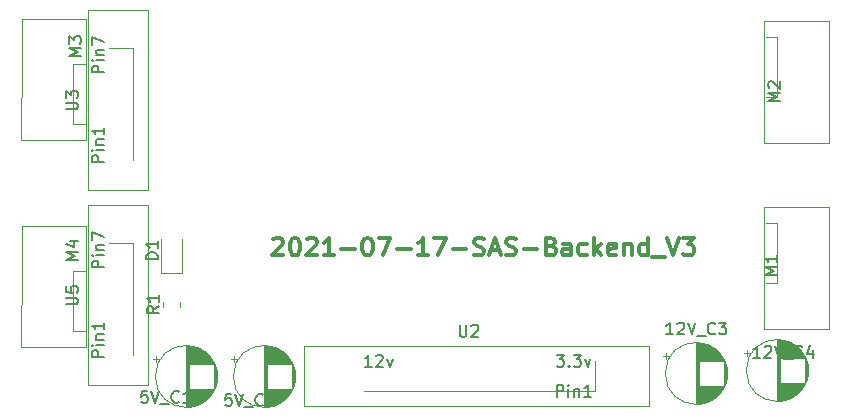
<source format=gbr>
%TF.GenerationSoftware,KiCad,Pcbnew,(5.1.10)-1*%
%TF.CreationDate,2021-07-17T21:47:49+08:00*%
%TF.ProjectId,2.5_SAS_Backend,322e355f-5341-4535-9f42-61636b656e64,rev?*%
%TF.SameCoordinates,Original*%
%TF.FileFunction,Legend,Top*%
%TF.FilePolarity,Positive*%
%FSLAX46Y46*%
G04 Gerber Fmt 4.6, Leading zero omitted, Abs format (unit mm)*
G04 Created by KiCad (PCBNEW (5.1.10)-1) date 2021-07-17 21:47:49*
%MOMM*%
%LPD*%
G01*
G04 APERTURE LIST*
%ADD10C,0.300000*%
%ADD11C,0.120000*%
%ADD12C,0.150000*%
G04 APERTURE END LIST*
D10*
X53298571Y-52661428D02*
X53370000Y-52590000D01*
X53512857Y-52518571D01*
X53870000Y-52518571D01*
X54012857Y-52590000D01*
X54084285Y-52661428D01*
X54155714Y-52804285D01*
X54155714Y-52947142D01*
X54084285Y-53161428D01*
X53227142Y-54018571D01*
X54155714Y-54018571D01*
X55084285Y-52518571D02*
X55227142Y-52518571D01*
X55370000Y-52590000D01*
X55441428Y-52661428D01*
X55512857Y-52804285D01*
X55584285Y-53090000D01*
X55584285Y-53447142D01*
X55512857Y-53732857D01*
X55441428Y-53875714D01*
X55370000Y-53947142D01*
X55227142Y-54018571D01*
X55084285Y-54018571D01*
X54941428Y-53947142D01*
X54870000Y-53875714D01*
X54798571Y-53732857D01*
X54727142Y-53447142D01*
X54727142Y-53090000D01*
X54798571Y-52804285D01*
X54870000Y-52661428D01*
X54941428Y-52590000D01*
X55084285Y-52518571D01*
X56155714Y-52661428D02*
X56227142Y-52590000D01*
X56370000Y-52518571D01*
X56727142Y-52518571D01*
X56870000Y-52590000D01*
X56941428Y-52661428D01*
X57012857Y-52804285D01*
X57012857Y-52947142D01*
X56941428Y-53161428D01*
X56084285Y-54018571D01*
X57012857Y-54018571D01*
X58441428Y-54018571D02*
X57584285Y-54018571D01*
X58012857Y-54018571D02*
X58012857Y-52518571D01*
X57870000Y-52732857D01*
X57727142Y-52875714D01*
X57584285Y-52947142D01*
X59084285Y-53447142D02*
X60227142Y-53447142D01*
X61227142Y-52518571D02*
X61370000Y-52518571D01*
X61512857Y-52590000D01*
X61584285Y-52661428D01*
X61655714Y-52804285D01*
X61727142Y-53090000D01*
X61727142Y-53447142D01*
X61655714Y-53732857D01*
X61584285Y-53875714D01*
X61512857Y-53947142D01*
X61370000Y-54018571D01*
X61227142Y-54018571D01*
X61084285Y-53947142D01*
X61012857Y-53875714D01*
X60941428Y-53732857D01*
X60870000Y-53447142D01*
X60870000Y-53090000D01*
X60941428Y-52804285D01*
X61012857Y-52661428D01*
X61084285Y-52590000D01*
X61227142Y-52518571D01*
X62227142Y-52518571D02*
X63227142Y-52518571D01*
X62584285Y-54018571D01*
X63798571Y-53447142D02*
X64941428Y-53447142D01*
X66441428Y-54018571D02*
X65584285Y-54018571D01*
X66012857Y-54018571D02*
X66012857Y-52518571D01*
X65870000Y-52732857D01*
X65727142Y-52875714D01*
X65584285Y-52947142D01*
X66941428Y-52518571D02*
X67941428Y-52518571D01*
X67298571Y-54018571D01*
X68512857Y-53447142D02*
X69655714Y-53447142D01*
X70298571Y-53947142D02*
X70512857Y-54018571D01*
X70870000Y-54018571D01*
X71012857Y-53947142D01*
X71084285Y-53875714D01*
X71155714Y-53732857D01*
X71155714Y-53590000D01*
X71084285Y-53447142D01*
X71012857Y-53375714D01*
X70870000Y-53304285D01*
X70584285Y-53232857D01*
X70441428Y-53161428D01*
X70370000Y-53090000D01*
X70298571Y-52947142D01*
X70298571Y-52804285D01*
X70370000Y-52661428D01*
X70441428Y-52590000D01*
X70584285Y-52518571D01*
X70941428Y-52518571D01*
X71155714Y-52590000D01*
X71727142Y-53590000D02*
X72441428Y-53590000D01*
X71584285Y-54018571D02*
X72084285Y-52518571D01*
X72584285Y-54018571D01*
X73012857Y-53947142D02*
X73227142Y-54018571D01*
X73584285Y-54018571D01*
X73727142Y-53947142D01*
X73798571Y-53875714D01*
X73870000Y-53732857D01*
X73870000Y-53590000D01*
X73798571Y-53447142D01*
X73727142Y-53375714D01*
X73584285Y-53304285D01*
X73298571Y-53232857D01*
X73155714Y-53161428D01*
X73084285Y-53090000D01*
X73012857Y-52947142D01*
X73012857Y-52804285D01*
X73084285Y-52661428D01*
X73155714Y-52590000D01*
X73298571Y-52518571D01*
X73655714Y-52518571D01*
X73870000Y-52590000D01*
X74512857Y-53447142D02*
X75655714Y-53447142D01*
X76870000Y-53232857D02*
X77084285Y-53304285D01*
X77155714Y-53375714D01*
X77227142Y-53518571D01*
X77227142Y-53732857D01*
X77155714Y-53875714D01*
X77084285Y-53947142D01*
X76941428Y-54018571D01*
X76370000Y-54018571D01*
X76370000Y-52518571D01*
X76870000Y-52518571D01*
X77012857Y-52590000D01*
X77084285Y-52661428D01*
X77155714Y-52804285D01*
X77155714Y-52947142D01*
X77084285Y-53090000D01*
X77012857Y-53161428D01*
X76870000Y-53232857D01*
X76370000Y-53232857D01*
X78512857Y-54018571D02*
X78512857Y-53232857D01*
X78441428Y-53090000D01*
X78298571Y-53018571D01*
X78012857Y-53018571D01*
X77870000Y-53090000D01*
X78512857Y-53947142D02*
X78370000Y-54018571D01*
X78012857Y-54018571D01*
X77870000Y-53947142D01*
X77798571Y-53804285D01*
X77798571Y-53661428D01*
X77870000Y-53518571D01*
X78012857Y-53447142D01*
X78370000Y-53447142D01*
X78512857Y-53375714D01*
X79870000Y-53947142D02*
X79727142Y-54018571D01*
X79441428Y-54018571D01*
X79298571Y-53947142D01*
X79227142Y-53875714D01*
X79155714Y-53732857D01*
X79155714Y-53304285D01*
X79227142Y-53161428D01*
X79298571Y-53090000D01*
X79441428Y-53018571D01*
X79727142Y-53018571D01*
X79870000Y-53090000D01*
X80512857Y-54018571D02*
X80512857Y-52518571D01*
X80655714Y-53447142D02*
X81084285Y-54018571D01*
X81084285Y-53018571D02*
X80512857Y-53590000D01*
X82298571Y-53947142D02*
X82155714Y-54018571D01*
X81870000Y-54018571D01*
X81727142Y-53947142D01*
X81655714Y-53804285D01*
X81655714Y-53232857D01*
X81727142Y-53090000D01*
X81870000Y-53018571D01*
X82155714Y-53018571D01*
X82298571Y-53090000D01*
X82370000Y-53232857D01*
X82370000Y-53375714D01*
X81655714Y-53518571D01*
X83012857Y-53018571D02*
X83012857Y-54018571D01*
X83012857Y-53161428D02*
X83084285Y-53090000D01*
X83227142Y-53018571D01*
X83441428Y-53018571D01*
X83584285Y-53090000D01*
X83655714Y-53232857D01*
X83655714Y-54018571D01*
X85012857Y-54018571D02*
X85012857Y-52518571D01*
X85012857Y-53947142D02*
X84870000Y-54018571D01*
X84584285Y-54018571D01*
X84441428Y-53947142D01*
X84370000Y-53875714D01*
X84298571Y-53732857D01*
X84298571Y-53304285D01*
X84370000Y-53161428D01*
X84441428Y-53090000D01*
X84584285Y-53018571D01*
X84870000Y-53018571D01*
X85012857Y-53090000D01*
X85370000Y-54161428D02*
X86512857Y-54161428D01*
X86655714Y-52518571D02*
X87155714Y-54018571D01*
X87655714Y-52518571D01*
X88012857Y-52518571D02*
X88941428Y-52518571D01*
X88441428Y-53090000D01*
X88655714Y-53090000D01*
X88798571Y-53161428D01*
X88870000Y-53232857D01*
X88941428Y-53375714D01*
X88941428Y-53732857D01*
X88870000Y-53875714D01*
X88798571Y-53947142D01*
X88655714Y-54018571D01*
X88227142Y-54018571D01*
X88084285Y-53947142D01*
X88012857Y-53875714D01*
D11*
%TO.C,U5*%
X42672000Y-49784000D02*
X37592000Y-49784000D01*
X37592000Y-49784000D02*
X37592000Y-65024000D01*
X37592000Y-65024000D02*
X42672000Y-65024000D01*
X42672000Y-65024000D02*
X42672000Y-49784000D01*
X41402000Y-52933600D02*
X41402000Y-61214000D01*
X41402000Y-61214000D02*
X41402000Y-62484000D01*
X41402000Y-52933600D02*
X39370000Y-52933600D01*
%TO.C,U3*%
X42672000Y-33274000D02*
X37592000Y-33274000D01*
X37592000Y-33274000D02*
X37592000Y-48514000D01*
X37592000Y-48514000D02*
X42672000Y-48514000D01*
X42672000Y-48514000D02*
X42672000Y-33274000D01*
X41402000Y-36423600D02*
X41402000Y-44704000D01*
X41402000Y-44704000D02*
X41402000Y-45974000D01*
X41402000Y-36423600D02*
X39370000Y-36423600D01*
%TO.C,U2*%
X80543400Y-65532000D02*
X60960000Y-65532000D01*
X80568800Y-62992000D02*
X80568800Y-65532000D01*
X55880000Y-66802000D02*
X85090000Y-66802000D01*
X55880000Y-61722000D02*
X55880000Y-66802000D01*
X85090000Y-61722000D02*
X55880000Y-61722000D01*
X85090000Y-66802000D02*
X85090000Y-61722000D01*
%TO.C,5V_C2*%
X55178000Y-64262000D02*
G75*
G03*
X55178000Y-64262000I-2620000J0D01*
G01*
X52558000Y-61682000D02*
X52558000Y-66842000D01*
X52598000Y-61682000D02*
X52598000Y-66842000D01*
X52638000Y-61683000D02*
X52638000Y-66841000D01*
X52678000Y-61684000D02*
X52678000Y-66840000D01*
X52718000Y-61686000D02*
X52718000Y-66838000D01*
X52758000Y-61689000D02*
X52758000Y-66835000D01*
X52798000Y-61693000D02*
X52798000Y-63222000D01*
X52798000Y-65302000D02*
X52798000Y-66831000D01*
X52838000Y-61697000D02*
X52838000Y-63222000D01*
X52838000Y-65302000D02*
X52838000Y-66827000D01*
X52878000Y-61701000D02*
X52878000Y-63222000D01*
X52878000Y-65302000D02*
X52878000Y-66823000D01*
X52918000Y-61706000D02*
X52918000Y-63222000D01*
X52918000Y-65302000D02*
X52918000Y-66818000D01*
X52958000Y-61712000D02*
X52958000Y-63222000D01*
X52958000Y-65302000D02*
X52958000Y-66812000D01*
X52998000Y-61719000D02*
X52998000Y-63222000D01*
X52998000Y-65302000D02*
X52998000Y-66805000D01*
X53038000Y-61726000D02*
X53038000Y-63222000D01*
X53038000Y-65302000D02*
X53038000Y-66798000D01*
X53078000Y-61734000D02*
X53078000Y-63222000D01*
X53078000Y-65302000D02*
X53078000Y-66790000D01*
X53118000Y-61742000D02*
X53118000Y-63222000D01*
X53118000Y-65302000D02*
X53118000Y-66782000D01*
X53158000Y-61751000D02*
X53158000Y-63222000D01*
X53158000Y-65302000D02*
X53158000Y-66773000D01*
X53198000Y-61761000D02*
X53198000Y-63222000D01*
X53198000Y-65302000D02*
X53198000Y-66763000D01*
X53238000Y-61771000D02*
X53238000Y-63222000D01*
X53238000Y-65302000D02*
X53238000Y-66753000D01*
X53279000Y-61782000D02*
X53279000Y-63222000D01*
X53279000Y-65302000D02*
X53279000Y-66742000D01*
X53319000Y-61794000D02*
X53319000Y-63222000D01*
X53319000Y-65302000D02*
X53319000Y-66730000D01*
X53359000Y-61807000D02*
X53359000Y-63222000D01*
X53359000Y-65302000D02*
X53359000Y-66717000D01*
X53399000Y-61820000D02*
X53399000Y-63222000D01*
X53399000Y-65302000D02*
X53399000Y-66704000D01*
X53439000Y-61834000D02*
X53439000Y-63222000D01*
X53439000Y-65302000D02*
X53439000Y-66690000D01*
X53479000Y-61848000D02*
X53479000Y-63222000D01*
X53479000Y-65302000D02*
X53479000Y-66676000D01*
X53519000Y-61864000D02*
X53519000Y-63222000D01*
X53519000Y-65302000D02*
X53519000Y-66660000D01*
X53559000Y-61880000D02*
X53559000Y-63222000D01*
X53559000Y-65302000D02*
X53559000Y-66644000D01*
X53599000Y-61897000D02*
X53599000Y-63222000D01*
X53599000Y-65302000D02*
X53599000Y-66627000D01*
X53639000Y-61914000D02*
X53639000Y-63222000D01*
X53639000Y-65302000D02*
X53639000Y-66610000D01*
X53679000Y-61933000D02*
X53679000Y-63222000D01*
X53679000Y-65302000D02*
X53679000Y-66591000D01*
X53719000Y-61952000D02*
X53719000Y-63222000D01*
X53719000Y-65302000D02*
X53719000Y-66572000D01*
X53759000Y-61972000D02*
X53759000Y-63222000D01*
X53759000Y-65302000D02*
X53759000Y-66552000D01*
X53799000Y-61994000D02*
X53799000Y-63222000D01*
X53799000Y-65302000D02*
X53799000Y-66530000D01*
X53839000Y-62015000D02*
X53839000Y-63222000D01*
X53839000Y-65302000D02*
X53839000Y-66509000D01*
X53879000Y-62038000D02*
X53879000Y-63222000D01*
X53879000Y-65302000D02*
X53879000Y-66486000D01*
X53919000Y-62062000D02*
X53919000Y-63222000D01*
X53919000Y-65302000D02*
X53919000Y-66462000D01*
X53959000Y-62087000D02*
X53959000Y-63222000D01*
X53959000Y-65302000D02*
X53959000Y-66437000D01*
X53999000Y-62113000D02*
X53999000Y-63222000D01*
X53999000Y-65302000D02*
X53999000Y-66411000D01*
X54039000Y-62140000D02*
X54039000Y-63222000D01*
X54039000Y-65302000D02*
X54039000Y-66384000D01*
X54079000Y-62167000D02*
X54079000Y-63222000D01*
X54079000Y-65302000D02*
X54079000Y-66357000D01*
X54119000Y-62197000D02*
X54119000Y-63222000D01*
X54119000Y-65302000D02*
X54119000Y-66327000D01*
X54159000Y-62227000D02*
X54159000Y-63222000D01*
X54159000Y-65302000D02*
X54159000Y-66297000D01*
X54199000Y-62258000D02*
X54199000Y-63222000D01*
X54199000Y-65302000D02*
X54199000Y-66266000D01*
X54239000Y-62291000D02*
X54239000Y-63222000D01*
X54239000Y-65302000D02*
X54239000Y-66233000D01*
X54279000Y-62325000D02*
X54279000Y-63222000D01*
X54279000Y-65302000D02*
X54279000Y-66199000D01*
X54319000Y-62361000D02*
X54319000Y-63222000D01*
X54319000Y-65302000D02*
X54319000Y-66163000D01*
X54359000Y-62398000D02*
X54359000Y-63222000D01*
X54359000Y-65302000D02*
X54359000Y-66126000D01*
X54399000Y-62436000D02*
X54399000Y-63222000D01*
X54399000Y-65302000D02*
X54399000Y-66088000D01*
X54439000Y-62477000D02*
X54439000Y-63222000D01*
X54439000Y-65302000D02*
X54439000Y-66047000D01*
X54479000Y-62519000D02*
X54479000Y-63222000D01*
X54479000Y-65302000D02*
X54479000Y-66005000D01*
X54519000Y-62563000D02*
X54519000Y-63222000D01*
X54519000Y-65302000D02*
X54519000Y-65961000D01*
X54559000Y-62609000D02*
X54559000Y-63222000D01*
X54559000Y-65302000D02*
X54559000Y-65915000D01*
X54599000Y-62657000D02*
X54599000Y-63222000D01*
X54599000Y-65302000D02*
X54599000Y-65867000D01*
X54639000Y-62708000D02*
X54639000Y-63222000D01*
X54639000Y-65302000D02*
X54639000Y-65816000D01*
X54679000Y-62762000D02*
X54679000Y-63222000D01*
X54679000Y-65302000D02*
X54679000Y-65762000D01*
X54719000Y-62819000D02*
X54719000Y-63222000D01*
X54719000Y-65302000D02*
X54719000Y-65705000D01*
X54759000Y-62879000D02*
X54759000Y-63222000D01*
X54759000Y-65302000D02*
X54759000Y-65645000D01*
X54799000Y-62943000D02*
X54799000Y-63222000D01*
X54799000Y-65302000D02*
X54799000Y-65581000D01*
X54839000Y-63011000D02*
X54839000Y-63222000D01*
X54839000Y-65302000D02*
X54839000Y-65513000D01*
X54879000Y-63084000D02*
X54879000Y-65440000D01*
X54919000Y-63164000D02*
X54919000Y-65360000D01*
X54959000Y-63251000D02*
X54959000Y-65273000D01*
X54999000Y-63347000D02*
X54999000Y-65177000D01*
X55039000Y-63457000D02*
X55039000Y-65067000D01*
X55079000Y-63585000D02*
X55079000Y-64939000D01*
X55119000Y-63744000D02*
X55119000Y-64780000D01*
X55159000Y-63978000D02*
X55159000Y-64546000D01*
X49753225Y-62787000D02*
X50253225Y-62787000D01*
X50003225Y-62537000D02*
X50003225Y-63037000D01*
%TO.C,12V_C3*%
X91754000Y-64008000D02*
G75*
G03*
X91754000Y-64008000I-2620000J0D01*
G01*
X89134000Y-61428000D02*
X89134000Y-66588000D01*
X89174000Y-61428000D02*
X89174000Y-66588000D01*
X89214000Y-61429000D02*
X89214000Y-66587000D01*
X89254000Y-61430000D02*
X89254000Y-66586000D01*
X89294000Y-61432000D02*
X89294000Y-66584000D01*
X89334000Y-61435000D02*
X89334000Y-66581000D01*
X89374000Y-61439000D02*
X89374000Y-62968000D01*
X89374000Y-65048000D02*
X89374000Y-66577000D01*
X89414000Y-61443000D02*
X89414000Y-62968000D01*
X89414000Y-65048000D02*
X89414000Y-66573000D01*
X89454000Y-61447000D02*
X89454000Y-62968000D01*
X89454000Y-65048000D02*
X89454000Y-66569000D01*
X89494000Y-61452000D02*
X89494000Y-62968000D01*
X89494000Y-65048000D02*
X89494000Y-66564000D01*
X89534000Y-61458000D02*
X89534000Y-62968000D01*
X89534000Y-65048000D02*
X89534000Y-66558000D01*
X89574000Y-61465000D02*
X89574000Y-62968000D01*
X89574000Y-65048000D02*
X89574000Y-66551000D01*
X89614000Y-61472000D02*
X89614000Y-62968000D01*
X89614000Y-65048000D02*
X89614000Y-66544000D01*
X89654000Y-61480000D02*
X89654000Y-62968000D01*
X89654000Y-65048000D02*
X89654000Y-66536000D01*
X89694000Y-61488000D02*
X89694000Y-62968000D01*
X89694000Y-65048000D02*
X89694000Y-66528000D01*
X89734000Y-61497000D02*
X89734000Y-62968000D01*
X89734000Y-65048000D02*
X89734000Y-66519000D01*
X89774000Y-61507000D02*
X89774000Y-62968000D01*
X89774000Y-65048000D02*
X89774000Y-66509000D01*
X89814000Y-61517000D02*
X89814000Y-62968000D01*
X89814000Y-65048000D02*
X89814000Y-66499000D01*
X89855000Y-61528000D02*
X89855000Y-62968000D01*
X89855000Y-65048000D02*
X89855000Y-66488000D01*
X89895000Y-61540000D02*
X89895000Y-62968000D01*
X89895000Y-65048000D02*
X89895000Y-66476000D01*
X89935000Y-61553000D02*
X89935000Y-62968000D01*
X89935000Y-65048000D02*
X89935000Y-66463000D01*
X89975000Y-61566000D02*
X89975000Y-62968000D01*
X89975000Y-65048000D02*
X89975000Y-66450000D01*
X90015000Y-61580000D02*
X90015000Y-62968000D01*
X90015000Y-65048000D02*
X90015000Y-66436000D01*
X90055000Y-61594000D02*
X90055000Y-62968000D01*
X90055000Y-65048000D02*
X90055000Y-66422000D01*
X90095000Y-61610000D02*
X90095000Y-62968000D01*
X90095000Y-65048000D02*
X90095000Y-66406000D01*
X90135000Y-61626000D02*
X90135000Y-62968000D01*
X90135000Y-65048000D02*
X90135000Y-66390000D01*
X90175000Y-61643000D02*
X90175000Y-62968000D01*
X90175000Y-65048000D02*
X90175000Y-66373000D01*
X90215000Y-61660000D02*
X90215000Y-62968000D01*
X90215000Y-65048000D02*
X90215000Y-66356000D01*
X90255000Y-61679000D02*
X90255000Y-62968000D01*
X90255000Y-65048000D02*
X90255000Y-66337000D01*
X90295000Y-61698000D02*
X90295000Y-62968000D01*
X90295000Y-65048000D02*
X90295000Y-66318000D01*
X90335000Y-61718000D02*
X90335000Y-62968000D01*
X90335000Y-65048000D02*
X90335000Y-66298000D01*
X90375000Y-61740000D02*
X90375000Y-62968000D01*
X90375000Y-65048000D02*
X90375000Y-66276000D01*
X90415000Y-61761000D02*
X90415000Y-62968000D01*
X90415000Y-65048000D02*
X90415000Y-66255000D01*
X90455000Y-61784000D02*
X90455000Y-62968000D01*
X90455000Y-65048000D02*
X90455000Y-66232000D01*
X90495000Y-61808000D02*
X90495000Y-62968000D01*
X90495000Y-65048000D02*
X90495000Y-66208000D01*
X90535000Y-61833000D02*
X90535000Y-62968000D01*
X90535000Y-65048000D02*
X90535000Y-66183000D01*
X90575000Y-61859000D02*
X90575000Y-62968000D01*
X90575000Y-65048000D02*
X90575000Y-66157000D01*
X90615000Y-61886000D02*
X90615000Y-62968000D01*
X90615000Y-65048000D02*
X90615000Y-66130000D01*
X90655000Y-61913000D02*
X90655000Y-62968000D01*
X90655000Y-65048000D02*
X90655000Y-66103000D01*
X90695000Y-61943000D02*
X90695000Y-62968000D01*
X90695000Y-65048000D02*
X90695000Y-66073000D01*
X90735000Y-61973000D02*
X90735000Y-62968000D01*
X90735000Y-65048000D02*
X90735000Y-66043000D01*
X90775000Y-62004000D02*
X90775000Y-62968000D01*
X90775000Y-65048000D02*
X90775000Y-66012000D01*
X90815000Y-62037000D02*
X90815000Y-62968000D01*
X90815000Y-65048000D02*
X90815000Y-65979000D01*
X90855000Y-62071000D02*
X90855000Y-62968000D01*
X90855000Y-65048000D02*
X90855000Y-65945000D01*
X90895000Y-62107000D02*
X90895000Y-62968000D01*
X90895000Y-65048000D02*
X90895000Y-65909000D01*
X90935000Y-62144000D02*
X90935000Y-62968000D01*
X90935000Y-65048000D02*
X90935000Y-65872000D01*
X90975000Y-62182000D02*
X90975000Y-62968000D01*
X90975000Y-65048000D02*
X90975000Y-65834000D01*
X91015000Y-62223000D02*
X91015000Y-62968000D01*
X91015000Y-65048000D02*
X91015000Y-65793000D01*
X91055000Y-62265000D02*
X91055000Y-62968000D01*
X91055000Y-65048000D02*
X91055000Y-65751000D01*
X91095000Y-62309000D02*
X91095000Y-62968000D01*
X91095000Y-65048000D02*
X91095000Y-65707000D01*
X91135000Y-62355000D02*
X91135000Y-62968000D01*
X91135000Y-65048000D02*
X91135000Y-65661000D01*
X91175000Y-62403000D02*
X91175000Y-62968000D01*
X91175000Y-65048000D02*
X91175000Y-65613000D01*
X91215000Y-62454000D02*
X91215000Y-62968000D01*
X91215000Y-65048000D02*
X91215000Y-65562000D01*
X91255000Y-62508000D02*
X91255000Y-62968000D01*
X91255000Y-65048000D02*
X91255000Y-65508000D01*
X91295000Y-62565000D02*
X91295000Y-62968000D01*
X91295000Y-65048000D02*
X91295000Y-65451000D01*
X91335000Y-62625000D02*
X91335000Y-62968000D01*
X91335000Y-65048000D02*
X91335000Y-65391000D01*
X91375000Y-62689000D02*
X91375000Y-62968000D01*
X91375000Y-65048000D02*
X91375000Y-65327000D01*
X91415000Y-62757000D02*
X91415000Y-62968000D01*
X91415000Y-65048000D02*
X91415000Y-65259000D01*
X91455000Y-62830000D02*
X91455000Y-65186000D01*
X91495000Y-62910000D02*
X91495000Y-65106000D01*
X91535000Y-62997000D02*
X91535000Y-65019000D01*
X91575000Y-63093000D02*
X91575000Y-64923000D01*
X91615000Y-63203000D02*
X91615000Y-64813000D01*
X91655000Y-63331000D02*
X91655000Y-64685000D01*
X91695000Y-63490000D02*
X91695000Y-64526000D01*
X91735000Y-63724000D02*
X91735000Y-64292000D01*
X86329225Y-62533000D02*
X86829225Y-62533000D01*
X86579225Y-62283000D02*
X86579225Y-62783000D01*
%TO.C,12V_C4*%
X98612000Y-63754000D02*
G75*
G03*
X98612000Y-63754000I-2620000J0D01*
G01*
X95992000Y-61174000D02*
X95992000Y-66334000D01*
X96032000Y-61174000D02*
X96032000Y-66334000D01*
X96072000Y-61175000D02*
X96072000Y-66333000D01*
X96112000Y-61176000D02*
X96112000Y-66332000D01*
X96152000Y-61178000D02*
X96152000Y-66330000D01*
X96192000Y-61181000D02*
X96192000Y-66327000D01*
X96232000Y-61185000D02*
X96232000Y-62714000D01*
X96232000Y-64794000D02*
X96232000Y-66323000D01*
X96272000Y-61189000D02*
X96272000Y-62714000D01*
X96272000Y-64794000D02*
X96272000Y-66319000D01*
X96312000Y-61193000D02*
X96312000Y-62714000D01*
X96312000Y-64794000D02*
X96312000Y-66315000D01*
X96352000Y-61198000D02*
X96352000Y-62714000D01*
X96352000Y-64794000D02*
X96352000Y-66310000D01*
X96392000Y-61204000D02*
X96392000Y-62714000D01*
X96392000Y-64794000D02*
X96392000Y-66304000D01*
X96432000Y-61211000D02*
X96432000Y-62714000D01*
X96432000Y-64794000D02*
X96432000Y-66297000D01*
X96472000Y-61218000D02*
X96472000Y-62714000D01*
X96472000Y-64794000D02*
X96472000Y-66290000D01*
X96512000Y-61226000D02*
X96512000Y-62714000D01*
X96512000Y-64794000D02*
X96512000Y-66282000D01*
X96552000Y-61234000D02*
X96552000Y-62714000D01*
X96552000Y-64794000D02*
X96552000Y-66274000D01*
X96592000Y-61243000D02*
X96592000Y-62714000D01*
X96592000Y-64794000D02*
X96592000Y-66265000D01*
X96632000Y-61253000D02*
X96632000Y-62714000D01*
X96632000Y-64794000D02*
X96632000Y-66255000D01*
X96672000Y-61263000D02*
X96672000Y-62714000D01*
X96672000Y-64794000D02*
X96672000Y-66245000D01*
X96713000Y-61274000D02*
X96713000Y-62714000D01*
X96713000Y-64794000D02*
X96713000Y-66234000D01*
X96753000Y-61286000D02*
X96753000Y-62714000D01*
X96753000Y-64794000D02*
X96753000Y-66222000D01*
X96793000Y-61299000D02*
X96793000Y-62714000D01*
X96793000Y-64794000D02*
X96793000Y-66209000D01*
X96833000Y-61312000D02*
X96833000Y-62714000D01*
X96833000Y-64794000D02*
X96833000Y-66196000D01*
X96873000Y-61326000D02*
X96873000Y-62714000D01*
X96873000Y-64794000D02*
X96873000Y-66182000D01*
X96913000Y-61340000D02*
X96913000Y-62714000D01*
X96913000Y-64794000D02*
X96913000Y-66168000D01*
X96953000Y-61356000D02*
X96953000Y-62714000D01*
X96953000Y-64794000D02*
X96953000Y-66152000D01*
X96993000Y-61372000D02*
X96993000Y-62714000D01*
X96993000Y-64794000D02*
X96993000Y-66136000D01*
X97033000Y-61389000D02*
X97033000Y-62714000D01*
X97033000Y-64794000D02*
X97033000Y-66119000D01*
X97073000Y-61406000D02*
X97073000Y-62714000D01*
X97073000Y-64794000D02*
X97073000Y-66102000D01*
X97113000Y-61425000D02*
X97113000Y-62714000D01*
X97113000Y-64794000D02*
X97113000Y-66083000D01*
X97153000Y-61444000D02*
X97153000Y-62714000D01*
X97153000Y-64794000D02*
X97153000Y-66064000D01*
X97193000Y-61464000D02*
X97193000Y-62714000D01*
X97193000Y-64794000D02*
X97193000Y-66044000D01*
X97233000Y-61486000D02*
X97233000Y-62714000D01*
X97233000Y-64794000D02*
X97233000Y-66022000D01*
X97273000Y-61507000D02*
X97273000Y-62714000D01*
X97273000Y-64794000D02*
X97273000Y-66001000D01*
X97313000Y-61530000D02*
X97313000Y-62714000D01*
X97313000Y-64794000D02*
X97313000Y-65978000D01*
X97353000Y-61554000D02*
X97353000Y-62714000D01*
X97353000Y-64794000D02*
X97353000Y-65954000D01*
X97393000Y-61579000D02*
X97393000Y-62714000D01*
X97393000Y-64794000D02*
X97393000Y-65929000D01*
X97433000Y-61605000D02*
X97433000Y-62714000D01*
X97433000Y-64794000D02*
X97433000Y-65903000D01*
X97473000Y-61632000D02*
X97473000Y-62714000D01*
X97473000Y-64794000D02*
X97473000Y-65876000D01*
X97513000Y-61659000D02*
X97513000Y-62714000D01*
X97513000Y-64794000D02*
X97513000Y-65849000D01*
X97553000Y-61689000D02*
X97553000Y-62714000D01*
X97553000Y-64794000D02*
X97553000Y-65819000D01*
X97593000Y-61719000D02*
X97593000Y-62714000D01*
X97593000Y-64794000D02*
X97593000Y-65789000D01*
X97633000Y-61750000D02*
X97633000Y-62714000D01*
X97633000Y-64794000D02*
X97633000Y-65758000D01*
X97673000Y-61783000D02*
X97673000Y-62714000D01*
X97673000Y-64794000D02*
X97673000Y-65725000D01*
X97713000Y-61817000D02*
X97713000Y-62714000D01*
X97713000Y-64794000D02*
X97713000Y-65691000D01*
X97753000Y-61853000D02*
X97753000Y-62714000D01*
X97753000Y-64794000D02*
X97753000Y-65655000D01*
X97793000Y-61890000D02*
X97793000Y-62714000D01*
X97793000Y-64794000D02*
X97793000Y-65618000D01*
X97833000Y-61928000D02*
X97833000Y-62714000D01*
X97833000Y-64794000D02*
X97833000Y-65580000D01*
X97873000Y-61969000D02*
X97873000Y-62714000D01*
X97873000Y-64794000D02*
X97873000Y-65539000D01*
X97913000Y-62011000D02*
X97913000Y-62714000D01*
X97913000Y-64794000D02*
X97913000Y-65497000D01*
X97953000Y-62055000D02*
X97953000Y-62714000D01*
X97953000Y-64794000D02*
X97953000Y-65453000D01*
X97993000Y-62101000D02*
X97993000Y-62714000D01*
X97993000Y-64794000D02*
X97993000Y-65407000D01*
X98033000Y-62149000D02*
X98033000Y-62714000D01*
X98033000Y-64794000D02*
X98033000Y-65359000D01*
X98073000Y-62200000D02*
X98073000Y-62714000D01*
X98073000Y-64794000D02*
X98073000Y-65308000D01*
X98113000Y-62254000D02*
X98113000Y-62714000D01*
X98113000Y-64794000D02*
X98113000Y-65254000D01*
X98153000Y-62311000D02*
X98153000Y-62714000D01*
X98153000Y-64794000D02*
X98153000Y-65197000D01*
X98193000Y-62371000D02*
X98193000Y-62714000D01*
X98193000Y-64794000D02*
X98193000Y-65137000D01*
X98233000Y-62435000D02*
X98233000Y-62714000D01*
X98233000Y-64794000D02*
X98233000Y-65073000D01*
X98273000Y-62503000D02*
X98273000Y-62714000D01*
X98273000Y-64794000D02*
X98273000Y-65005000D01*
X98313000Y-62576000D02*
X98313000Y-64932000D01*
X98353000Y-62656000D02*
X98353000Y-64852000D01*
X98393000Y-62743000D02*
X98393000Y-64765000D01*
X98433000Y-62839000D02*
X98433000Y-64669000D01*
X98473000Y-62949000D02*
X98473000Y-64559000D01*
X98513000Y-63077000D02*
X98513000Y-64431000D01*
X98553000Y-63236000D02*
X98553000Y-64272000D01*
X98593000Y-63470000D02*
X98593000Y-64038000D01*
X93187225Y-62279000D02*
X93687225Y-62279000D01*
X93437225Y-62029000D02*
X93437225Y-62529000D01*
%TO.C,D1*%
X43794000Y-52594000D02*
X43794000Y-55479000D01*
X43794000Y-55479000D02*
X45614000Y-55479000D01*
X45614000Y-55479000D02*
X45614000Y-52594000D01*
%TO.C,R1*%
X43969000Y-58393064D02*
X43969000Y-57938936D01*
X45439000Y-58393064D02*
X45439000Y-57938936D01*
%TO.C,M1*%
X100380000Y-49958000D02*
X100330000Y-57058000D01*
X100330000Y-57058000D02*
X100330000Y-60258000D01*
X100330000Y-60258000D02*
X94898000Y-60258000D01*
X94898000Y-60258000D02*
X94898000Y-49958000D01*
X94898000Y-49958000D02*
X100380000Y-49958000D01*
X94998000Y-51308000D02*
X96008000Y-51308000D01*
X96008000Y-51308000D02*
X96008000Y-56388000D01*
X96008000Y-56388000D02*
X94998000Y-56388000D01*
%TO.C,M2*%
X100380000Y-34210000D02*
X100330000Y-41310000D01*
X100330000Y-41310000D02*
X100330000Y-44510000D01*
X100330000Y-44510000D02*
X94898000Y-44510000D01*
X94898000Y-44510000D02*
X94898000Y-34210000D01*
X94898000Y-34210000D02*
X100380000Y-34210000D01*
X94998000Y-35560000D02*
X96008000Y-35560000D01*
X96008000Y-35560000D02*
X96008000Y-40640000D01*
X96008000Y-40640000D02*
X94998000Y-40640000D01*
%TO.C,M3*%
X31954000Y-44276000D02*
X32004000Y-37176000D01*
X32004000Y-37176000D02*
X32004000Y-33976000D01*
X32004000Y-33976000D02*
X37436000Y-33976000D01*
X37436000Y-33976000D02*
X37436000Y-44276000D01*
X37436000Y-44276000D02*
X31954000Y-44276000D01*
X37336000Y-42926000D02*
X36326000Y-42926000D01*
X36326000Y-42926000D02*
X36326000Y-37846000D01*
X36326000Y-37846000D02*
X37336000Y-37846000D01*
%TO.C,M4*%
X31954000Y-61802000D02*
X32004000Y-54702000D01*
X32004000Y-54702000D02*
X32004000Y-51502000D01*
X32004000Y-51502000D02*
X37436000Y-51502000D01*
X37436000Y-51502000D02*
X37436000Y-61802000D01*
X37436000Y-61802000D02*
X31954000Y-61802000D01*
X37336000Y-60452000D02*
X36326000Y-60452000D01*
X36326000Y-60452000D02*
X36326000Y-55372000D01*
X36326000Y-55372000D02*
X37336000Y-55372000D01*
%TO.C,5V_C1*%
X48574000Y-64262000D02*
G75*
G03*
X48574000Y-64262000I-2620000J0D01*
G01*
X45954000Y-61682000D02*
X45954000Y-66842000D01*
X45994000Y-61682000D02*
X45994000Y-66842000D01*
X46034000Y-61683000D02*
X46034000Y-66841000D01*
X46074000Y-61684000D02*
X46074000Y-66840000D01*
X46114000Y-61686000D02*
X46114000Y-66838000D01*
X46154000Y-61689000D02*
X46154000Y-66835000D01*
X46194000Y-61693000D02*
X46194000Y-63222000D01*
X46194000Y-65302000D02*
X46194000Y-66831000D01*
X46234000Y-61697000D02*
X46234000Y-63222000D01*
X46234000Y-65302000D02*
X46234000Y-66827000D01*
X46274000Y-61701000D02*
X46274000Y-63222000D01*
X46274000Y-65302000D02*
X46274000Y-66823000D01*
X46314000Y-61706000D02*
X46314000Y-63222000D01*
X46314000Y-65302000D02*
X46314000Y-66818000D01*
X46354000Y-61712000D02*
X46354000Y-63222000D01*
X46354000Y-65302000D02*
X46354000Y-66812000D01*
X46394000Y-61719000D02*
X46394000Y-63222000D01*
X46394000Y-65302000D02*
X46394000Y-66805000D01*
X46434000Y-61726000D02*
X46434000Y-63222000D01*
X46434000Y-65302000D02*
X46434000Y-66798000D01*
X46474000Y-61734000D02*
X46474000Y-63222000D01*
X46474000Y-65302000D02*
X46474000Y-66790000D01*
X46514000Y-61742000D02*
X46514000Y-63222000D01*
X46514000Y-65302000D02*
X46514000Y-66782000D01*
X46554000Y-61751000D02*
X46554000Y-63222000D01*
X46554000Y-65302000D02*
X46554000Y-66773000D01*
X46594000Y-61761000D02*
X46594000Y-63222000D01*
X46594000Y-65302000D02*
X46594000Y-66763000D01*
X46634000Y-61771000D02*
X46634000Y-63222000D01*
X46634000Y-65302000D02*
X46634000Y-66753000D01*
X46675000Y-61782000D02*
X46675000Y-63222000D01*
X46675000Y-65302000D02*
X46675000Y-66742000D01*
X46715000Y-61794000D02*
X46715000Y-63222000D01*
X46715000Y-65302000D02*
X46715000Y-66730000D01*
X46755000Y-61807000D02*
X46755000Y-63222000D01*
X46755000Y-65302000D02*
X46755000Y-66717000D01*
X46795000Y-61820000D02*
X46795000Y-63222000D01*
X46795000Y-65302000D02*
X46795000Y-66704000D01*
X46835000Y-61834000D02*
X46835000Y-63222000D01*
X46835000Y-65302000D02*
X46835000Y-66690000D01*
X46875000Y-61848000D02*
X46875000Y-63222000D01*
X46875000Y-65302000D02*
X46875000Y-66676000D01*
X46915000Y-61864000D02*
X46915000Y-63222000D01*
X46915000Y-65302000D02*
X46915000Y-66660000D01*
X46955000Y-61880000D02*
X46955000Y-63222000D01*
X46955000Y-65302000D02*
X46955000Y-66644000D01*
X46995000Y-61897000D02*
X46995000Y-63222000D01*
X46995000Y-65302000D02*
X46995000Y-66627000D01*
X47035000Y-61914000D02*
X47035000Y-63222000D01*
X47035000Y-65302000D02*
X47035000Y-66610000D01*
X47075000Y-61933000D02*
X47075000Y-63222000D01*
X47075000Y-65302000D02*
X47075000Y-66591000D01*
X47115000Y-61952000D02*
X47115000Y-63222000D01*
X47115000Y-65302000D02*
X47115000Y-66572000D01*
X47155000Y-61972000D02*
X47155000Y-63222000D01*
X47155000Y-65302000D02*
X47155000Y-66552000D01*
X47195000Y-61994000D02*
X47195000Y-63222000D01*
X47195000Y-65302000D02*
X47195000Y-66530000D01*
X47235000Y-62015000D02*
X47235000Y-63222000D01*
X47235000Y-65302000D02*
X47235000Y-66509000D01*
X47275000Y-62038000D02*
X47275000Y-63222000D01*
X47275000Y-65302000D02*
X47275000Y-66486000D01*
X47315000Y-62062000D02*
X47315000Y-63222000D01*
X47315000Y-65302000D02*
X47315000Y-66462000D01*
X47355000Y-62087000D02*
X47355000Y-63222000D01*
X47355000Y-65302000D02*
X47355000Y-66437000D01*
X47395000Y-62113000D02*
X47395000Y-63222000D01*
X47395000Y-65302000D02*
X47395000Y-66411000D01*
X47435000Y-62140000D02*
X47435000Y-63222000D01*
X47435000Y-65302000D02*
X47435000Y-66384000D01*
X47475000Y-62167000D02*
X47475000Y-63222000D01*
X47475000Y-65302000D02*
X47475000Y-66357000D01*
X47515000Y-62197000D02*
X47515000Y-63222000D01*
X47515000Y-65302000D02*
X47515000Y-66327000D01*
X47555000Y-62227000D02*
X47555000Y-63222000D01*
X47555000Y-65302000D02*
X47555000Y-66297000D01*
X47595000Y-62258000D02*
X47595000Y-63222000D01*
X47595000Y-65302000D02*
X47595000Y-66266000D01*
X47635000Y-62291000D02*
X47635000Y-63222000D01*
X47635000Y-65302000D02*
X47635000Y-66233000D01*
X47675000Y-62325000D02*
X47675000Y-63222000D01*
X47675000Y-65302000D02*
X47675000Y-66199000D01*
X47715000Y-62361000D02*
X47715000Y-63222000D01*
X47715000Y-65302000D02*
X47715000Y-66163000D01*
X47755000Y-62398000D02*
X47755000Y-63222000D01*
X47755000Y-65302000D02*
X47755000Y-66126000D01*
X47795000Y-62436000D02*
X47795000Y-63222000D01*
X47795000Y-65302000D02*
X47795000Y-66088000D01*
X47835000Y-62477000D02*
X47835000Y-63222000D01*
X47835000Y-65302000D02*
X47835000Y-66047000D01*
X47875000Y-62519000D02*
X47875000Y-63222000D01*
X47875000Y-65302000D02*
X47875000Y-66005000D01*
X47915000Y-62563000D02*
X47915000Y-63222000D01*
X47915000Y-65302000D02*
X47915000Y-65961000D01*
X47955000Y-62609000D02*
X47955000Y-63222000D01*
X47955000Y-65302000D02*
X47955000Y-65915000D01*
X47995000Y-62657000D02*
X47995000Y-63222000D01*
X47995000Y-65302000D02*
X47995000Y-65867000D01*
X48035000Y-62708000D02*
X48035000Y-63222000D01*
X48035000Y-65302000D02*
X48035000Y-65816000D01*
X48075000Y-62762000D02*
X48075000Y-63222000D01*
X48075000Y-65302000D02*
X48075000Y-65762000D01*
X48115000Y-62819000D02*
X48115000Y-63222000D01*
X48115000Y-65302000D02*
X48115000Y-65705000D01*
X48155000Y-62879000D02*
X48155000Y-63222000D01*
X48155000Y-65302000D02*
X48155000Y-65645000D01*
X48195000Y-62943000D02*
X48195000Y-63222000D01*
X48195000Y-65302000D02*
X48195000Y-65581000D01*
X48235000Y-63011000D02*
X48235000Y-63222000D01*
X48235000Y-65302000D02*
X48235000Y-65513000D01*
X48275000Y-63084000D02*
X48275000Y-65440000D01*
X48315000Y-63164000D02*
X48315000Y-65360000D01*
X48355000Y-63251000D02*
X48355000Y-65273000D01*
X48395000Y-63347000D02*
X48395000Y-65177000D01*
X48435000Y-63457000D02*
X48435000Y-65067000D01*
X48475000Y-63585000D02*
X48475000Y-64939000D01*
X48515000Y-63744000D02*
X48515000Y-64780000D01*
X48555000Y-63978000D02*
X48555000Y-64546000D01*
X43149225Y-62787000D02*
X43649225Y-62787000D01*
X43399225Y-62537000D02*
X43399225Y-63037000D01*
%TO.C,U5*%
D12*
X35774380Y-58165904D02*
X36583904Y-58165904D01*
X36679142Y-58118285D01*
X36726761Y-58070666D01*
X36774380Y-57975428D01*
X36774380Y-57784952D01*
X36726761Y-57689714D01*
X36679142Y-57642095D01*
X36583904Y-57594476D01*
X35774380Y-57594476D01*
X35774380Y-56642095D02*
X35774380Y-57118285D01*
X36250571Y-57165904D01*
X36202952Y-57118285D01*
X36155333Y-57023047D01*
X36155333Y-56784952D01*
X36202952Y-56689714D01*
X36250571Y-56642095D01*
X36345809Y-56594476D01*
X36583904Y-56594476D01*
X36679142Y-56642095D01*
X36726761Y-56689714D01*
X36774380Y-56784952D01*
X36774380Y-57023047D01*
X36726761Y-57118285D01*
X36679142Y-57165904D01*
X38958780Y-62617171D02*
X37958780Y-62617171D01*
X37958780Y-62236219D01*
X38006400Y-62140980D01*
X38054019Y-62093361D01*
X38149257Y-62045742D01*
X38292114Y-62045742D01*
X38387352Y-62093361D01*
X38434971Y-62140980D01*
X38482590Y-62236219D01*
X38482590Y-62617171D01*
X38958780Y-61617171D02*
X38292114Y-61617171D01*
X37958780Y-61617171D02*
X38006400Y-61664790D01*
X38054019Y-61617171D01*
X38006400Y-61569552D01*
X37958780Y-61617171D01*
X38054019Y-61617171D01*
X38292114Y-61140980D02*
X38958780Y-61140980D01*
X38387352Y-61140980D02*
X38339733Y-61093361D01*
X38292114Y-60998123D01*
X38292114Y-60855266D01*
X38339733Y-60760028D01*
X38434971Y-60712409D01*
X38958780Y-60712409D01*
X38958780Y-59712409D02*
X38958780Y-60283838D01*
X38958780Y-59998123D02*
X37958780Y-59998123D01*
X38101638Y-60093361D01*
X38196876Y-60188600D01*
X38244495Y-60283838D01*
X38984180Y-55022571D02*
X37984180Y-55022571D01*
X37984180Y-54641619D01*
X38031800Y-54546380D01*
X38079419Y-54498761D01*
X38174657Y-54451142D01*
X38317514Y-54451142D01*
X38412752Y-54498761D01*
X38460371Y-54546380D01*
X38507990Y-54641619D01*
X38507990Y-55022571D01*
X38984180Y-54022571D02*
X38317514Y-54022571D01*
X37984180Y-54022571D02*
X38031800Y-54070190D01*
X38079419Y-54022571D01*
X38031800Y-53974952D01*
X37984180Y-54022571D01*
X38079419Y-54022571D01*
X38317514Y-53546380D02*
X38984180Y-53546380D01*
X38412752Y-53546380D02*
X38365133Y-53498761D01*
X38317514Y-53403523D01*
X38317514Y-53260666D01*
X38365133Y-53165428D01*
X38460371Y-53117809D01*
X38984180Y-53117809D01*
X37984180Y-52736857D02*
X37984180Y-52070190D01*
X38984180Y-52498761D01*
%TO.C,U3*%
X35774380Y-41655904D02*
X36583904Y-41655904D01*
X36679142Y-41608285D01*
X36726761Y-41560666D01*
X36774380Y-41465428D01*
X36774380Y-41274952D01*
X36726761Y-41179714D01*
X36679142Y-41132095D01*
X36583904Y-41084476D01*
X35774380Y-41084476D01*
X35774380Y-40703523D02*
X35774380Y-40084476D01*
X36155333Y-40417809D01*
X36155333Y-40274952D01*
X36202952Y-40179714D01*
X36250571Y-40132095D01*
X36345809Y-40084476D01*
X36583904Y-40084476D01*
X36679142Y-40132095D01*
X36726761Y-40179714D01*
X36774380Y-40274952D01*
X36774380Y-40560666D01*
X36726761Y-40655904D01*
X36679142Y-40703523D01*
X38958780Y-46107171D02*
X37958780Y-46107171D01*
X37958780Y-45726219D01*
X38006400Y-45630980D01*
X38054019Y-45583361D01*
X38149257Y-45535742D01*
X38292114Y-45535742D01*
X38387352Y-45583361D01*
X38434971Y-45630980D01*
X38482590Y-45726219D01*
X38482590Y-46107171D01*
X38958780Y-45107171D02*
X38292114Y-45107171D01*
X37958780Y-45107171D02*
X38006400Y-45154790D01*
X38054019Y-45107171D01*
X38006400Y-45059552D01*
X37958780Y-45107171D01*
X38054019Y-45107171D01*
X38292114Y-44630980D02*
X38958780Y-44630980D01*
X38387352Y-44630980D02*
X38339733Y-44583361D01*
X38292114Y-44488123D01*
X38292114Y-44345266D01*
X38339733Y-44250028D01*
X38434971Y-44202409D01*
X38958780Y-44202409D01*
X38958780Y-43202409D02*
X38958780Y-43773838D01*
X38958780Y-43488123D02*
X37958780Y-43488123D01*
X38101638Y-43583361D01*
X38196876Y-43678600D01*
X38244495Y-43773838D01*
X38984180Y-38512571D02*
X37984180Y-38512571D01*
X37984180Y-38131619D01*
X38031800Y-38036380D01*
X38079419Y-37988761D01*
X38174657Y-37941142D01*
X38317514Y-37941142D01*
X38412752Y-37988761D01*
X38460371Y-38036380D01*
X38507990Y-38131619D01*
X38507990Y-38512571D01*
X38984180Y-37512571D02*
X38317514Y-37512571D01*
X37984180Y-37512571D02*
X38031800Y-37560190D01*
X38079419Y-37512571D01*
X38031800Y-37464952D01*
X37984180Y-37512571D01*
X38079419Y-37512571D01*
X38317514Y-37036380D02*
X38984180Y-37036380D01*
X38412752Y-37036380D02*
X38365133Y-36988761D01*
X38317514Y-36893523D01*
X38317514Y-36750666D01*
X38365133Y-36655428D01*
X38460371Y-36607809D01*
X38984180Y-36607809D01*
X37984180Y-36226857D02*
X37984180Y-35560190D01*
X38984180Y-35988761D01*
%TO.C,U2*%
X69088095Y-59904380D02*
X69088095Y-60713904D01*
X69135714Y-60809142D01*
X69183333Y-60856761D01*
X69278571Y-60904380D01*
X69469047Y-60904380D01*
X69564285Y-60856761D01*
X69611904Y-60809142D01*
X69659523Y-60713904D01*
X69659523Y-59904380D01*
X70088095Y-59999619D02*
X70135714Y-59952000D01*
X70230952Y-59904380D01*
X70469047Y-59904380D01*
X70564285Y-59952000D01*
X70611904Y-59999619D01*
X70659523Y-60094857D01*
X70659523Y-60190095D01*
X70611904Y-60332952D01*
X70040476Y-60904380D01*
X70659523Y-60904380D01*
X77311428Y-65984380D02*
X77311428Y-64984380D01*
X77692380Y-64984380D01*
X77787619Y-65032000D01*
X77835238Y-65079619D01*
X77882857Y-65174857D01*
X77882857Y-65317714D01*
X77835238Y-65412952D01*
X77787619Y-65460571D01*
X77692380Y-65508190D01*
X77311428Y-65508190D01*
X78311428Y-65984380D02*
X78311428Y-65317714D01*
X78311428Y-64984380D02*
X78263809Y-65032000D01*
X78311428Y-65079619D01*
X78359047Y-65032000D01*
X78311428Y-64984380D01*
X78311428Y-65079619D01*
X78787619Y-65317714D02*
X78787619Y-65984380D01*
X78787619Y-65412952D02*
X78835238Y-65365333D01*
X78930476Y-65317714D01*
X79073333Y-65317714D01*
X79168571Y-65365333D01*
X79216190Y-65460571D01*
X79216190Y-65984380D01*
X80216190Y-65984380D02*
X79644761Y-65984380D01*
X79930476Y-65984380D02*
X79930476Y-64984380D01*
X79835238Y-65127238D01*
X79740000Y-65222476D01*
X79644761Y-65270095D01*
X61658571Y-63444380D02*
X61087142Y-63444380D01*
X61372857Y-63444380D02*
X61372857Y-62444380D01*
X61277619Y-62587238D01*
X61182380Y-62682476D01*
X61087142Y-62730095D01*
X62039523Y-62539619D02*
X62087142Y-62492000D01*
X62182380Y-62444380D01*
X62420476Y-62444380D01*
X62515714Y-62492000D01*
X62563333Y-62539619D01*
X62610952Y-62634857D01*
X62610952Y-62730095D01*
X62563333Y-62872952D01*
X61991904Y-63444380D01*
X62610952Y-63444380D01*
X62944285Y-62777714D02*
X63182380Y-63444380D01*
X63420476Y-62777714D01*
X77311428Y-62444380D02*
X77930476Y-62444380D01*
X77597142Y-62825333D01*
X77740000Y-62825333D01*
X77835238Y-62872952D01*
X77882857Y-62920571D01*
X77930476Y-63015809D01*
X77930476Y-63253904D01*
X77882857Y-63349142D01*
X77835238Y-63396761D01*
X77740000Y-63444380D01*
X77454285Y-63444380D01*
X77359047Y-63396761D01*
X77311428Y-63349142D01*
X78359047Y-63349142D02*
X78406666Y-63396761D01*
X78359047Y-63444380D01*
X78311428Y-63396761D01*
X78359047Y-63349142D01*
X78359047Y-63444380D01*
X78740000Y-62444380D02*
X79359047Y-62444380D01*
X79025714Y-62825333D01*
X79168571Y-62825333D01*
X79263809Y-62872952D01*
X79311428Y-62920571D01*
X79359047Y-63015809D01*
X79359047Y-63253904D01*
X79311428Y-63349142D01*
X79263809Y-63396761D01*
X79168571Y-63444380D01*
X78882857Y-63444380D01*
X78787619Y-63396761D01*
X78740000Y-63349142D01*
X79692380Y-62777714D02*
X79930476Y-63444380D01*
X80168571Y-62777714D01*
%TO.C,5V_C2*%
X49760380Y-65746380D02*
X49284190Y-65746380D01*
X49236571Y-66222571D01*
X49284190Y-66174952D01*
X49379428Y-66127333D01*
X49617523Y-66127333D01*
X49712761Y-66174952D01*
X49760380Y-66222571D01*
X49808000Y-66317809D01*
X49808000Y-66555904D01*
X49760380Y-66651142D01*
X49712761Y-66698761D01*
X49617523Y-66746380D01*
X49379428Y-66746380D01*
X49284190Y-66698761D01*
X49236571Y-66651142D01*
X50093714Y-65746380D02*
X50427047Y-66746380D01*
X50760380Y-65746380D01*
X50855619Y-66841619D02*
X51617523Y-66841619D01*
X52427047Y-66651142D02*
X52379428Y-66698761D01*
X52236571Y-66746380D01*
X52141333Y-66746380D01*
X51998476Y-66698761D01*
X51903238Y-66603523D01*
X51855619Y-66508285D01*
X51808000Y-66317809D01*
X51808000Y-66174952D01*
X51855619Y-65984476D01*
X51903238Y-65889238D01*
X51998476Y-65794000D01*
X52141333Y-65746380D01*
X52236571Y-65746380D01*
X52379428Y-65794000D01*
X52427047Y-65841619D01*
X52808000Y-65841619D02*
X52855619Y-65794000D01*
X52950857Y-65746380D01*
X53188952Y-65746380D01*
X53284190Y-65794000D01*
X53331809Y-65841619D01*
X53379428Y-65936857D01*
X53379428Y-66032095D01*
X53331809Y-66174952D01*
X52760380Y-66746380D01*
X53379428Y-66746380D01*
%TO.C,12V_C3*%
X87157809Y-60710380D02*
X86586380Y-60710380D01*
X86872095Y-60710380D02*
X86872095Y-59710380D01*
X86776857Y-59853238D01*
X86681619Y-59948476D01*
X86586380Y-59996095D01*
X87538761Y-59805619D02*
X87586380Y-59758000D01*
X87681619Y-59710380D01*
X87919714Y-59710380D01*
X88014952Y-59758000D01*
X88062571Y-59805619D01*
X88110190Y-59900857D01*
X88110190Y-59996095D01*
X88062571Y-60138952D01*
X87491142Y-60710380D01*
X88110190Y-60710380D01*
X88395904Y-59710380D02*
X88729238Y-60710380D01*
X89062571Y-59710380D01*
X89157809Y-60805619D02*
X89919714Y-60805619D01*
X90729238Y-60615142D02*
X90681619Y-60662761D01*
X90538761Y-60710380D01*
X90443523Y-60710380D01*
X90300666Y-60662761D01*
X90205428Y-60567523D01*
X90157809Y-60472285D01*
X90110190Y-60281809D01*
X90110190Y-60138952D01*
X90157809Y-59948476D01*
X90205428Y-59853238D01*
X90300666Y-59758000D01*
X90443523Y-59710380D01*
X90538761Y-59710380D01*
X90681619Y-59758000D01*
X90729238Y-59805619D01*
X91062571Y-59710380D02*
X91681619Y-59710380D01*
X91348285Y-60091333D01*
X91491142Y-60091333D01*
X91586380Y-60138952D01*
X91634000Y-60186571D01*
X91681619Y-60281809D01*
X91681619Y-60519904D01*
X91634000Y-60615142D01*
X91586380Y-60662761D01*
X91491142Y-60710380D01*
X91205428Y-60710380D01*
X91110190Y-60662761D01*
X91062571Y-60615142D01*
%TO.C,12V_C4*%
X94543809Y-62682380D02*
X93972380Y-62682380D01*
X94258095Y-62682380D02*
X94258095Y-61682380D01*
X94162857Y-61825238D01*
X94067619Y-61920476D01*
X93972380Y-61968095D01*
X94924761Y-61777619D02*
X94972380Y-61730000D01*
X95067619Y-61682380D01*
X95305714Y-61682380D01*
X95400952Y-61730000D01*
X95448571Y-61777619D01*
X95496190Y-61872857D01*
X95496190Y-61968095D01*
X95448571Y-62110952D01*
X94877142Y-62682380D01*
X95496190Y-62682380D01*
X95781904Y-61682380D02*
X96115238Y-62682380D01*
X96448571Y-61682380D01*
X96543809Y-62777619D02*
X97305714Y-62777619D01*
X98115238Y-62587142D02*
X98067619Y-62634761D01*
X97924761Y-62682380D01*
X97829523Y-62682380D01*
X97686666Y-62634761D01*
X97591428Y-62539523D01*
X97543809Y-62444285D01*
X97496190Y-62253809D01*
X97496190Y-62110952D01*
X97543809Y-61920476D01*
X97591428Y-61825238D01*
X97686666Y-61730000D01*
X97829523Y-61682380D01*
X97924761Y-61682380D01*
X98067619Y-61730000D01*
X98115238Y-61777619D01*
X98972380Y-62015714D02*
X98972380Y-62682380D01*
X98734285Y-61634761D02*
X98496190Y-62349047D01*
X99115238Y-62349047D01*
%TO.C,D1*%
X43556380Y-54332095D02*
X42556380Y-54332095D01*
X42556380Y-54094000D01*
X42604000Y-53951142D01*
X42699238Y-53855904D01*
X42794476Y-53808285D01*
X42984952Y-53760666D01*
X43127809Y-53760666D01*
X43318285Y-53808285D01*
X43413523Y-53855904D01*
X43508761Y-53951142D01*
X43556380Y-54094000D01*
X43556380Y-54332095D01*
X43556380Y-52808285D02*
X43556380Y-53379714D01*
X43556380Y-53094000D02*
X42556380Y-53094000D01*
X42699238Y-53189238D01*
X42794476Y-53284476D01*
X42842095Y-53379714D01*
%TO.C,R1*%
X43632380Y-58332666D02*
X43156190Y-58666000D01*
X43632380Y-58904095D02*
X42632380Y-58904095D01*
X42632380Y-58523142D01*
X42680000Y-58427904D01*
X42727619Y-58380285D01*
X42822857Y-58332666D01*
X42965714Y-58332666D01*
X43060952Y-58380285D01*
X43108571Y-58427904D01*
X43156190Y-58523142D01*
X43156190Y-58904095D01*
X43632380Y-57380285D02*
X43632380Y-57951714D01*
X43632380Y-57666000D02*
X42632380Y-57666000D01*
X42775238Y-57761238D01*
X42870476Y-57856476D01*
X42918095Y-57951714D01*
%TO.C,M1*%
X95956380Y-55673523D02*
X94956380Y-55673523D01*
X95670666Y-55340190D01*
X94956380Y-55006857D01*
X95956380Y-55006857D01*
X95956380Y-54006857D02*
X95956380Y-54578285D01*
X95956380Y-54292571D02*
X94956380Y-54292571D01*
X95099238Y-54387809D01*
X95194476Y-54483047D01*
X95242095Y-54578285D01*
%TO.C,M2*%
X96210380Y-40941523D02*
X95210380Y-40941523D01*
X95924666Y-40608190D01*
X95210380Y-40274857D01*
X96210380Y-40274857D01*
X95305619Y-39846285D02*
X95258000Y-39798666D01*
X95210380Y-39703428D01*
X95210380Y-39465333D01*
X95258000Y-39370095D01*
X95305619Y-39322476D01*
X95400857Y-39274857D01*
X95496095Y-39274857D01*
X95638952Y-39322476D01*
X96210380Y-39893904D01*
X96210380Y-39274857D01*
%TO.C,M3*%
X37028380Y-37131523D02*
X36028380Y-37131523D01*
X36742666Y-36798190D01*
X36028380Y-36464857D01*
X37028380Y-36464857D01*
X36028380Y-36083904D02*
X36028380Y-35464857D01*
X36409333Y-35798190D01*
X36409333Y-35655333D01*
X36456952Y-35560095D01*
X36504571Y-35512476D01*
X36599809Y-35464857D01*
X36837904Y-35464857D01*
X36933142Y-35512476D01*
X36980761Y-35560095D01*
X37028380Y-35655333D01*
X37028380Y-35941047D01*
X36980761Y-36036285D01*
X36933142Y-36083904D01*
%TO.C,M4*%
X36774380Y-54403523D02*
X35774380Y-54403523D01*
X36488666Y-54070190D01*
X35774380Y-53736857D01*
X36774380Y-53736857D01*
X36107714Y-52832095D02*
X36774380Y-52832095D01*
X35726761Y-53070190D02*
X36441047Y-53308285D01*
X36441047Y-52689238D01*
%TO.C,5V_C1*%
X42648380Y-65492380D02*
X42172190Y-65492380D01*
X42124571Y-65968571D01*
X42172190Y-65920952D01*
X42267428Y-65873333D01*
X42505523Y-65873333D01*
X42600761Y-65920952D01*
X42648380Y-65968571D01*
X42696000Y-66063809D01*
X42696000Y-66301904D01*
X42648380Y-66397142D01*
X42600761Y-66444761D01*
X42505523Y-66492380D01*
X42267428Y-66492380D01*
X42172190Y-66444761D01*
X42124571Y-66397142D01*
X42981714Y-65492380D02*
X43315047Y-66492380D01*
X43648380Y-65492380D01*
X43743619Y-66587619D02*
X44505523Y-66587619D01*
X45315047Y-66397142D02*
X45267428Y-66444761D01*
X45124571Y-66492380D01*
X45029333Y-66492380D01*
X44886476Y-66444761D01*
X44791238Y-66349523D01*
X44743619Y-66254285D01*
X44696000Y-66063809D01*
X44696000Y-65920952D01*
X44743619Y-65730476D01*
X44791238Y-65635238D01*
X44886476Y-65540000D01*
X45029333Y-65492380D01*
X45124571Y-65492380D01*
X45267428Y-65540000D01*
X45315047Y-65587619D01*
X46267428Y-66492380D02*
X45696000Y-66492380D01*
X45981714Y-66492380D02*
X45981714Y-65492380D01*
X45886476Y-65635238D01*
X45791238Y-65730476D01*
X45696000Y-65778095D01*
%TD*%
M02*

</source>
